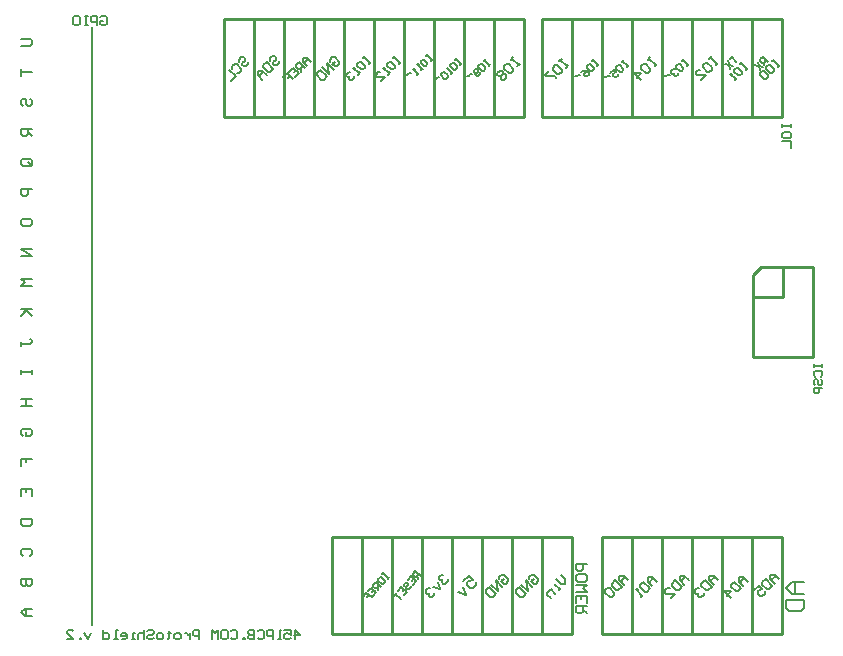
<source format=gbo>
%FSTAX23Y23*%
%MOIN*%
%SFA1B1*%

%IPPOS*%
%ADD16C,0.010000*%
%ADD17C,0.007870*%
%ADD18C,0.005910*%
%ADD19C,0.005000*%
%ADD20C,0.005120*%
%LNarduino-uno-shield-v2-1*%
%LPD*%
G54D16*
X02555Y01148D02*
Y01248D01*
X02455Y01148D02*
X02555D01*
X02455Y00948D02*
X02655D01*
Y01248*
X0248D02*
X02655D01*
X02455Y01223D02*
X0248Y01248D01*
X02455Y00948D02*
Y01223D01*
X0245Y0175D02*
Y02075D01*
X0235Y0175D02*
Y02075D01*
X0225Y0175D02*
Y02075D01*
X0215Y0175D02*
Y02075D01*
X0205Y0175D02*
Y02075D01*
X0195Y0175D02*
Y02075D01*
X0185Y0175D02*
Y02075D01*
X0175Y0175D02*
Y0205D01*
X0159Y0175D02*
Y02075D01*
X0149Y0175D02*
Y02075D01*
X0139Y0175D02*
Y02075D01*
X0129Y0175D02*
Y02075D01*
X0119Y0175D02*
Y02075D01*
X0109Y0175D02*
Y02075D01*
X0099Y0175D02*
Y02075D01*
X0089Y0175D02*
Y02075D01*
X0079Y0175D02*
Y02075D01*
X0069Y0175D02*
Y0205D01*
X0115Y00025D02*
Y0035D01*
X0125Y00025D02*
Y0035D01*
X0135Y00025D02*
Y0035D01*
X0145Y00025D02*
Y0035D01*
X0155Y00025D02*
Y0035D01*
X0165Y00025D02*
Y0035D01*
X0175Y00025D02*
Y0035D01*
X0185Y0005D02*
Y0035D01*
X0195Y0005D02*
Y0035D01*
X0205Y00025D02*
Y0035D01*
X0215Y00025D02*
Y0035D01*
X0225Y00025D02*
Y0035D01*
X0235Y00025D02*
Y0035D01*
X0245Y00025D02*
Y0035D01*
X0255Y0005D02*
Y0035D01*
X0105D02*
X0185D01*
Y00025D02*
Y0015D01*
X0105Y00025D02*
X0185D01*
X0175Y0175D02*
Y01875D01*
Y0175D02*
X0255D01*
Y01875*
X0175Y02075D02*
X0255D01*
X0175Y0195D02*
Y02075D01*
X0069Y0175D02*
Y01875D01*
X0169Y0175D02*
Y01875D01*
X0159Y0175D02*
X0169D01*
X0069D02*
X0159D01*
X0069Y02075D02*
X01615D01*
X0169*
X0069Y0195D02*
Y02075D01*
X0255Y0005D02*
Y0015D01*
Y00025D02*
Y0005D01*
X02Y00025D02*
X0255D01*
X0195D02*
X02D01*
X0195D02*
Y001D01*
Y00225D02*
Y003D01*
X0205Y0035D02*
X0255D01*
X0195D02*
X0205D01*
X0195Y003D02*
Y0035D01*
G54D17*
X0025Y00055D02*
Y0205D01*
X02625Y002D02*
X02585D01*
X02565Y0018*
X02585Y0016*
X02625*
X02595*
Y002*
X02565Y0014D02*
X02625D01*
Y00111*
X02615Y00101*
X02575*
X02565Y00111*
Y0014*
G54D18*
X02523Y0194D02*
X02517Y01934D01*
X0252Y01937*
X0254Y01918*
X02543Y01921*
X02536Y01914*
X02497D02*
X02504Y01921D01*
X0251*
X02523Y01908*
Y01901*
X02517Y01895*
X0251*
X02497Y01908*
Y01914*
X02491Y01901D02*
X02484D01*
X02478Y01895*
Y01888*
X02491Y01875*
X02497*
X02504Y01882*
Y01888*
X02491Y01901*
X02417Y01932D02*
X02411Y01926D01*
X02414Y01929*
X02433Y0191*
X02437Y01913*
X0243Y01906*
X02391D02*
X02398Y01913D01*
X02404*
X02417Y019*
Y01893*
X02411Y01887*
X02404*
X02391Y019*
Y01906*
X02401Y01877D02*
X02394Y01871D01*
X02398Y01874*
X02378Y01893*
X02385*
X02316Y01951D02*
X02308Y01943D01*
X02312Y01947*
X02334Y01925*
X02338Y01929*
X02331Y01921*
X02286D02*
X02294Y01929D01*
X02301*
X02316Y01914*
Y01906*
X02308Y01899*
X02301*
X02286Y01914*
Y01921*
X02282Y01873D02*
X02297Y01888D01*
X02268*
X02264Y01892*
Y01899*
X02271Y01906*
X02279*
X02111Y01947D02*
X02104Y0194D01*
X02107Y01943*
X0213Y01921*
X02133Y01925*
X02126Y01917*
X02081D02*
X02089Y01925D01*
X02096*
X02111Y0191*
Y01902*
X02104Y01895*
X02096*
X02081Y0191*
Y01917*
Y01873D02*
X02059Y01895D01*
X02081*
X02067Y0188*
X01816Y01943D02*
X01808Y01936D01*
X01812Y01939*
X01834Y01917*
X01838Y01921*
X01831Y01913*
X01786D02*
X01794Y01921D01*
X01801*
X01816Y01906*
Y01899*
X01808Y01891*
X01801*
X01786Y01906*
Y01913*
X01775Y01902D02*
X0176Y01887D01*
X01764Y01884*
X01794*
X01797Y0188*
X01654Y01947D02*
X01647Y0194D01*
X01651Y01943*
X01673Y01921*
X01677Y01925*
X01669Y01917*
X01625D02*
X01632Y01925D01*
X0164*
X01654Y0191*
Y01902*
X01647Y01895*
X0164*
X01625Y0191*
Y01917*
X01617Y01902D02*
X0161D01*
X01602Y01895*
Y01888*
X01606Y01884*
X01614*
Y01876*
X01617Y01873*
X01625*
X01632Y0188*
Y01888*
X01628Y01891*
X01621*
Y01899*
X01617Y01902*
X01621Y01891D02*
X01614Y01884D01*
X00844Y01936D02*
Y01944D01*
X00851Y01951*
X00859*
X00863Y01947*
Y0194*
X00855Y01933*
Y01925*
X00859Y01921*
X00866*
X00874Y01929*
Y01936*
X00833Y01933D02*
X00855Y0191D01*
X00844Y01899*
X00837*
X00822Y01914*
Y01921*
X00833Y01933*
Y01888D02*
X00818Y01903D01*
X00803*
Y01888*
X00818Y01873*
X00807Y01884*
X00822Y01899*
X00741Y01932D02*
Y0194D01*
X00749Y01947*
X00756*
X0076Y01943*
Y01936*
X00752Y01929*
Y01921*
X00756Y01918*
X00763*
X00771Y01925*
Y01932*
X00719Y0191D02*
Y01918D01*
X00726Y01925*
X00734*
X00749Y0191*
Y01903*
X00741Y01895*
X00734*
X00708Y01906D02*
X0073Y01884D01*
X00715Y01869*
X02551Y01725D02*
Y01714D01*
Y01719*
X02582*
Y01725*
Y01714*
X02551Y01683D02*
Y01693D01*
X02556Y01698*
X02577*
X02582Y01693*
Y01683*
X02577Y01677*
X02556*
X02551Y01683*
Y01667D02*
X02582D01*
Y01646*
X02657Y00925D02*
Y00915D01*
Y0092*
X02685*
Y00925*
Y00915*
X02662Y00883D02*
X02657Y00888D01*
Y00897*
X02662Y00902*
X0268*
X02685Y00897*
Y00888*
X0268Y00883*
X02662Y00856D02*
X02657Y0086D01*
Y00869*
X02662Y00874*
X02666*
X02671Y00869*
Y0086*
X02675Y00856*
X0268*
X02685Y0086*
Y00869*
X0268Y00874*
X02685Y00846D02*
X02657D01*
Y00833*
X02662Y00828*
X02671*
X02675Y00833*
Y00846*
X019Y00259D02*
X01864D01*
Y00242*
X0187Y00236*
X01882*
X01888Y00242*
Y00259*
X01864Y00206D02*
Y00218D01*
X0187Y00224*
X01894*
X019Y00218*
Y00206*
X01894Y002*
X0187*
X01864Y00206*
Y00189D02*
X019D01*
X01888Y00177*
X019Y00165*
X01864*
Y00129D02*
Y00153D01*
X019*
Y00129*
X01882Y00153D02*
Y00141D01*
X019Y00118D02*
X01864D01*
Y001*
X0187Y00094*
X01882*
X01888Y001*
Y00118*
Y00106D02*
X019Y00094D01*
X01422Y00223D02*
X01414D01*
X01407Y00215*
Y00208*
X01411Y00204*
X01418*
X01422Y00208*
X01418Y00204*
Y00197*
X01422Y00193*
X01429*
X01437Y00201*
Y00208*
X01403Y00197D02*
X01411Y00175D01*
X01389Y00182*
X01377Y00178D02*
X0137D01*
X01363Y00171*
Y00163*
X01366Y0016*
X01374*
X01377Y00163*
X01374Y0016*
Y00152*
X01377Y00149*
X01385*
X01392Y00156*
Y00163*
X01489Y00202D02*
X01507Y0022D01*
X01521Y00206*
X01507Y00202*
X01502Y00197*
Y00188*
X01512Y00179*
X01521*
X0153Y00188*
Y00197*
X01489Y00183D02*
X01498Y00155D01*
X0147Y00165*
X01814Y00223D02*
X01829Y00208D01*
Y00193*
X01814*
X01799Y00208*
X01814Y00178D02*
X01806Y00171D01*
X0181Y00174*
X01795Y00189*
X01799Y00193*
X01795Y00159D02*
X0178Y00174D01*
X01769Y00163*
Y00156*
X0178Y00145*
X02541Y00208D02*
X02526Y00223D01*
X02511*
Y00208*
X02526Y00193*
X02515Y00204*
X0253Y00219*
X02496Y00208D02*
X02519Y00186D01*
X02507Y00175*
X025*
X02485Y0019*
Y00197*
X02496Y00208*
X02459Y00171D02*
X02474Y00186D01*
X02485Y00175*
X02474Y00171*
X0247Y00167*
Y0016*
X02478Y00153*
X02485*
X02493Y0016*
Y00167*
X02437Y002D02*
X02422Y00215D01*
X02407*
Y002*
X02422Y00185*
X02411Y00197*
X02425Y00211*
X02392Y002D02*
X02414Y00178D01*
X02403Y00167*
X02396*
X02381Y00182*
Y00189*
X02392Y002*
X02381Y00145D02*
X02359Y00167D01*
X02381*
X02366Y00152*
X02338Y00204D02*
X02323Y00219D01*
X02308*
Y00204*
X02323Y00189*
X02312Y00201*
X02327Y00215*
X02294Y00204D02*
X02316Y00182D01*
X02305Y00171*
X02297*
X02282Y00186*
Y00193*
X02294Y00204*
X02275Y00178D02*
X02268D01*
X0226Y00171*
Y00163*
X02264Y0016*
X02271*
X02275Y00163*
X02271Y0016*
Y00152*
X02275Y00149*
X02282*
X0229Y00156*
Y00163*
X0224Y00204D02*
X02225Y00219D01*
X0221*
Y00204*
X02225Y00189*
X02214Y00201*
X02229Y00215*
X02195Y00204D02*
X02217Y00182D01*
X02206Y00171*
X02199*
X02184Y00186*
Y00193*
X02195Y00204*
X0218Y00145D02*
X02195Y0016D01*
X02165*
X02162Y00163*
Y00171*
X02169Y00178*
X02177*
X02133Y002D02*
X02119Y00214D01*
X02104*
Y002*
X02119Y00185*
X02107Y00196*
X02122Y00211*
X02089Y002D02*
X02111Y00177D01*
X021Y00166*
X02093*
X02078Y00181*
Y00188*
X02089Y002*
Y00155D02*
X02081Y00148D01*
X02085Y00151*
X02063Y00174*
X0207*
X02039Y00204D02*
X02024Y00219D01*
X02009*
Y00204*
X02024Y00189*
X02013Y00201*
X02028Y00215*
X01994Y00204D02*
X02017Y00182D01*
X02005Y00171*
X01998*
X01983Y00186*
Y00193*
X01994Y00204*
X01976Y00178D02*
X01968D01*
X01961Y00171*
Y00163*
X01976Y00149*
X01983*
X01991Y00156*
Y00163*
X01976Y00178*
X0005Y0011D02*
X00026D01*
X00014Y00098*
X00026Y00086*
X0005*
X00032*
Y0011*
X00014Y0021D02*
X0005D01*
Y00192*
X00044Y00186*
X00038*
X00032Y00192*
Y0021*
Y00192*
X00026Y00186*
X0002*
X00014Y00192*
Y0021*
X0002Y00286D02*
X00014Y00292D01*
Y00304*
X0002Y0031*
X00044*
X0005Y00304*
Y00292*
X00044Y00286*
X00014Y0041D02*
X0005D01*
Y00392*
X00044Y00386*
X0002*
X00014Y00392*
Y0041*
Y00486D02*
Y0051D01*
X0005*
Y00486*
X00032Y0051D02*
Y00498D01*
X00014Y00586D02*
Y0061D01*
X00032*
Y00598*
Y0061*
X0005*
X0002Y00686D02*
X00014Y00692D01*
Y00704*
X0002Y0071*
X00044*
X0005Y00704*
Y00692*
X00044Y00686*
X00032*
Y00698*
X00014Y0081D02*
X0005D01*
X00032*
Y00786*
X00014*
X0005*
X00014Y00905D02*
Y00893D01*
Y00899*
X0005*
Y00905*
Y00893*
X00014Y00986D02*
Y00998D01*
Y00992*
X00044*
X0005Y00998*
Y01004*
X00044Y0101*
X00014Y0111D02*
X0005D01*
X00038*
X00014Y01086*
X00032Y01104*
X0005Y01086*
Y0121D02*
X00014D01*
X00026Y01198*
X00014Y01186*
X0005*
Y0131D02*
X00014D01*
X0005Y01286*
X00014*
Y01392D02*
Y01404D01*
X0002Y0141*
X00044*
X0005Y01404*
Y01392*
X00044Y01386*
X0002*
X00014Y01392*
X0005Y0151D02*
X00014D01*
Y01492*
X0002Y01486*
X00032*
X00038Y01492*
Y0151*
X00044Y01586D02*
X0002D01*
X00014Y01592*
Y01604*
X0002Y0161*
X00044*
X0005Y01604*
Y01592*
X00038Y01598D02*
X0005Y01586D01*
Y01592D02*
X00044Y01586D01*
X0005Y0171D02*
X00014D01*
Y01692*
X0002Y01686*
X00032*
X00038Y01692*
Y0171*
Y01698D02*
X0005Y01686D01*
X0002Y01786D02*
X00014Y01792D01*
Y01804*
X0002Y0181*
X00026*
X00032Y01804*
Y01792*
X00038Y01786*
X00044*
X0005Y01792*
Y01804*
X00044Y0181*
X00014Y0191D02*
Y01886D01*
Y01898*
X0005*
X00014Y0201D02*
X00044D01*
X0005Y02004*
Y01992*
X00044Y01986*
X00014*
X00929Y00007D02*
Y00039D01*
X00944Y00023*
X00923*
X00892Y00039D02*
X00913D01*
Y00023*
X00902Y00028*
X00897*
X00892Y00023*
Y00013*
X00897Y00007*
X00908*
X00913Y00013*
X00881Y00007D02*
X00871D01*
X00876*
Y00039*
X00881Y00034*
X00855Y00007D02*
Y00039D01*
X00839*
X00834Y00034*
Y00023*
X00839Y00018*
X00855*
X00803Y00034D02*
X00808Y00039D01*
X00818*
X00824Y00034*
Y00013*
X00818Y00007*
X00808*
X00803Y00013*
X00792Y00039D02*
Y00007D01*
X00776*
X00771Y00013*
Y00018*
X00776Y00023*
X00792*
X00776*
X00771Y00028*
Y00034*
X00776Y00039*
X00792*
X00761Y00007D02*
Y00013D01*
X00755*
Y00007*
X00761*
X00713Y00034D02*
X00719Y00039D01*
X00729*
X00734Y00034*
Y00013*
X00729Y00007*
X00719*
X00713Y00013*
X00687Y00039D02*
X00698D01*
X00703Y00034*
Y00013*
X00698Y00007*
X00687*
X00682Y00013*
Y00034*
X00687Y00039*
X00672Y00007D02*
Y00039D01*
X00661Y00028*
X00651Y00039*
Y00007*
X00609D02*
Y00039D01*
X00593*
X00588Y00034*
Y00023*
X00593Y00018*
X00609*
X00577Y00028D02*
Y00007D01*
Y00018*
X00572Y00023*
X00567Y00028*
X00561*
X0054Y00007D02*
X0053D01*
X00525Y00013*
Y00023*
X0053Y00028*
X0054*
X00546Y00023*
Y00013*
X0054Y00007*
X00509Y00034D02*
Y00028D01*
X00514*
X00504*
X00509*
Y00013*
X00504Y00007*
X00483D02*
X00472D01*
X00467Y00013*
Y00023*
X00472Y00028*
X00483*
X00488Y00023*
Y00013*
X00483Y00007*
X00435Y00034D02*
X00441Y00039D01*
X00451*
X00456Y00034*
Y00028*
X00451Y00023*
X00441*
X00435Y00018*
Y00013*
X00441Y00007*
X00451*
X00456Y00013*
X00425Y00039D02*
Y00007D01*
Y00023*
X0042Y00028*
X00409*
X00404Y00023*
Y00007*
X00393D02*
X00383D01*
X00388*
Y00028*
X00393*
X00351Y00007D02*
X00362D01*
X00367Y00013*
Y00023*
X00362Y00028*
X00351*
X00346Y00023*
Y00018*
X00367*
X00336Y00007D02*
X00325D01*
X0033*
Y00039*
X00336*
X00288D02*
Y00007D01*
X00304*
X00309Y00013*
Y00023*
X00304Y00028*
X00288*
X00246D02*
X00236Y00007D01*
X00225Y00028*
X00215Y00007D02*
Y00013D01*
X0021*
Y00007*
X00215*
X00168D02*
X00189D01*
X00168Y00028*
Y00034*
X00173Y00039*
X00183*
X00189Y00034*
G54D19*
X02503Y01933D02*
X02487Y01949D01*
X02478Y01941*
Y01935*
X02484Y0193*
X0249*
X02498Y01938*
X02492Y01933D02*
Y01921D01*
X0247Y01933D02*
X02476Y01905D01*
X02459Y01921D02*
X02487Y01916D01*
X02388Y01953D02*
X02377Y01942D01*
X02383Y01948*
X02399Y01931*
X02372Y01937D02*
X02377Y01909D01*
X0236Y01925D02*
X02388Y0192D01*
X02222Y01942D02*
X02217Y01936D01*
X0222Y01939*
X02237Y01922*
X0224Y01925*
X02234Y01919*
X02199D02*
X02205Y01925D01*
X02211*
X02222Y01913*
Y01907*
X02217Y01902*
X02211*
X02199Y01913*
Y01919*
X02194Y01907D02*
X02188D01*
X02182Y01902*
Y01896*
X02185Y01893*
X02191*
X02194Y01896*
X02191Y01893*
Y01887*
X02194Y01884*
X02199*
X02205Y0189*
Y01896*
X02176Y0189D02*
X02171D01*
X02165Y01884*
X02159*
X02022Y01938D02*
X02016Y01932D01*
X02019Y01935*
X02036Y01918*
X02039Y01921*
X02033Y01915*
X01999D02*
X02004Y01921D01*
X0201*
X02022Y01909*
Y01904*
X02016Y01898*
X0201*
X01999Y01909*
Y01915*
X01978Y01895D02*
X0199Y01906D01*
X01999Y01898*
X0199Y01895*
X01987Y01892*
Y01886*
X01993Y01881*
X01999*
X02004Y01886*
Y01892*
X01976Y01886D02*
X0197D01*
X01964Y01881*
X01958*
X01923Y01942D02*
X01917Y01936D01*
X0192Y01939*
X01938Y01922*
X0194Y01925*
X01935Y01919*
X019D02*
X01906Y01925D01*
X01912*
X01923Y01913*
Y01907*
X01917Y01902*
X01912*
X019Y01913*
Y01919*
X0188Y01899D02*
X01889Y01902D01*
X019*
X01906Y01896*
Y0189*
X019Y01884*
X01894*
X01892Y01887*
Y01893*
X019Y01902*
X01877Y0189D02*
X01871D01*
X01866Y01884*
X0186*
X01562Y01941D02*
X01556Y01936D01*
X01559Y01939*
X01575Y01922*
X01578Y01925*
X01573Y01919*
X01539D02*
X01545Y01925D01*
X0155*
X01562Y01914*
Y01908*
X01556Y01902*
X0155*
X01539Y01914*
Y01919*
X01545Y01897D02*
Y01891D01*
X01539Y01886*
X01534*
X01523Y01897*
Y01902*
X01528Y01908*
X01534*
X01537Y01905*
Y019*
X01528Y01891*
X01517D02*
X01511D01*
X01506Y01886*
X015*
X01467Y01945D02*
X01461Y0194D01*
X01464Y01943*
X01481Y01926*
X01484Y01929*
X01478Y01923*
X01445D02*
X0145Y01929D01*
X01456*
X01467Y01918*
Y01912*
X01461Y01906*
X01456*
X01445Y01918*
Y01923*
X01453Y01898D02*
X01448Y01892D01*
X0145Y01895*
X01434Y01912*
X01439*
X01425Y01898D02*
X0142D01*
X01414Y01892*
Y01887*
X01425Y01876*
X01431*
X01436Y01881*
Y01887*
X01425Y01898*
X01409Y01881D02*
X01403D01*
X01397Y01876*
X01392*
X01369Y01957D02*
X01363Y01952D01*
X01366Y01954*
X01383Y01938*
X01385Y0194*
X0138Y01935*
X01346D02*
X01352Y0194D01*
X01358*
X01369Y01929*
Y01924*
X01363Y01918*
X01358*
X01346Y01929*
Y01935*
X01355Y0191D02*
X01349Y01904D01*
X01352Y01907*
X01335Y01924*
X01341*
Y01896D02*
X01335Y0189D01*
X01338Y01893*
X01321Y0191*
X01327*
X01313Y01896D02*
X01307D01*
X01302Y0189*
X01296*
X0126Y01952D02*
X01253Y01946D01*
X01256Y01949*
X01276Y01929*
X01279Y01933*
X01273Y01926*
X01234D02*
X0124Y01933D01*
X01247*
X0126Y0192*
Y01913*
X01253Y01907*
X01247*
X01234Y0192*
Y01926*
X01243Y01897D02*
X01237Y0189D01*
X0124Y01894*
X01221Y01913*
X01227*
X01214Y01868D02*
X01227Y01881D01*
X01201*
X01198Y01884*
Y0189*
X01204Y01897*
X01211*
X01161Y01952D02*
X01155Y01946D01*
X01158Y01949*
X01177Y01929*
X01181Y01933*
X01174Y01926*
X01135D02*
X01142Y01933D01*
X01148*
X01161Y0192*
Y01913*
X01155Y01907*
X01148*
X01135Y0192*
Y01926*
X01145Y01897D02*
X01138Y0189D01*
X01142Y01894*
X01122Y01913*
X01129*
X01112Y01897D02*
X01106D01*
X01099Y0189*
Y01884*
X01103Y01881*
X01109*
X01112Y01884*
X01109Y01881*
Y01874*
X01112Y01871*
X01119*
X01125Y01877*
Y01884*
X0098Y01933D02*
X00967Y01946D01*
X00954*
Y01933*
X00967Y0192*
X00957Y01929*
X0097Y01942*
X0096Y01913D02*
X00941Y01933D01*
X00931Y01923*
Y01916*
X00938Y0191*
X00944*
X00954Y0192*
X00947Y01913D02*
Y019D01*
X00908D02*
X00921Y01913D01*
X00941Y01894*
X00928Y01881*
X00931Y01903D02*
X00925Y01897D01*
X00889Y01881D02*
X00902Y01894D01*
X00912Y01884*
X00905Y01877*
X00912Y01884*
X00921Y01874*
X00279Y02081D02*
X00284Y02086D01*
X00294*
X003Y02081*
Y0206*
X00294Y02055*
X00284*
X00279Y0206*
Y0207*
X00289*
X00268Y02055D02*
Y02086D01*
X00252*
X00247Y02081*
Y0207*
X00252Y02065*
X00268*
X00237Y02086D02*
X00226D01*
X00231*
Y02055*
X00237*
X00226*
X00195Y02086D02*
X00205D01*
X0021Y02081*
Y0206*
X00205Y02055*
X00195*
X00189Y0206*
Y02081*
X00195Y02086*
G54D20*
X01045Y01932D02*
Y0194D01*
X01052Y01947*
X0106*
X01075Y01932*
Y01925*
X01067Y01918*
X0106*
X01052Y01925*
X0106Y01932*
X01056Y01906D02*
X01034Y01929D01*
X01041Y01892*
X01019Y01914*
X01011Y01906D02*
X01034Y01884D01*
X01023Y01873*
X01015*
X01Y01888*
Y01895*
X01011Y01906*
X01224Y00231D02*
X01218Y00225D01*
X01221Y00228*
X01239Y00213*
X01242Y00216*
X01237Y0021*
X01203Y00207D02*
X01208Y00213D01*
X01214Y00214*
X01226Y00203*
X01226Y00198*
X01221Y00192*
X01216Y00191*
X01204Y00202*
X01203Y00207*
X01214Y00183D02*
X01196Y00198D01*
X01188Y00189*
X01189Y00183*
X01195Y00178*
X012Y00179*
X01208Y00188*
X01203Y00182D02*
X01204Y00171D01*
X0117Y00168D02*
X01181Y0018D01*
X01199Y00165*
X01189Y00153*
X0119Y00172D02*
X01185Y00166D01*
X01155Y0015D02*
X01165Y00162D01*
X01174Y00154*
X01169Y00148*
X01174Y00154*
X01183Y00147*
X01346Y0022D02*
X01328Y00235D01*
X0132Y00226*
X01321Y00221*
X01327Y00216*
X01332Y00216*
X0134Y00225*
X01335Y00219D02*
X01336Y00208D01*
X01303Y00205D02*
X01313Y00217D01*
X01331Y00202*
X01321Y0019*
X01322Y00209D02*
X01317Y00203D01*
X0129Y00184D02*
X0129Y0019D01*
X01295Y00196*
X01301Y00196*
X01304Y00194*
X01304Y00188*
X01299Y00182*
X01299Y00177*
X01302Y00174*
X01308Y00175*
X01313Y00181*
X01313Y00186*
X01272Y00169D02*
X01282Y00181D01*
X013Y00166*
X0129Y00154*
X01291Y00173D02*
X01286Y00167D01*
X01267Y00163D02*
X01257Y00151D01*
X01262Y00157*
X0128Y00142*
X01608Y00208D02*
Y00215D01*
X01615Y00223*
X01623*
X01638Y00208*
Y00201*
X0163Y00193*
X01623*
X01615Y00201*
X01623Y00208*
X01619Y00182D02*
X01597Y00204D01*
X01604Y00167*
X01582Y00189*
X01574Y00182D02*
X01597Y0016D01*
X01586Y00149*
X01578*
X01563Y00163*
Y00171*
X01574Y00182*
X01708Y00208D02*
Y00215D01*
X01715Y00223*
X01723*
X01738Y00208*
Y00201*
X0173Y00193*
X01723*
X01715Y00201*
X01723Y00208*
X01719Y00182D02*
X01697Y00204D01*
X01704Y00167*
X01682Y00189*
X01674Y00182D02*
X01697Y0016D01*
X01686Y00149*
X01678*
X01663Y00163*
Y00171*
X01674Y00182*
G54D16*
X0255Y0175D02*
Y01986D01*
Y01996D02*
Y0205D01*
Y0195D02*
Y02023D01*
Y02033D02*
Y02075D01*
X0169Y0175D02*
Y01948D01*
Y01958D02*
Y01968D01*
Y02024D02*
Y0205D01*
Y01983D02*
Y02009D01*
Y0195D02*
Y02075D01*
X0105Y00052D02*
Y00147D01*
Y00027D02*
Y00152D01*
Y00225D02*
Y0035D01*
Y00155D02*
Y0035D01*
M02*
</source>
